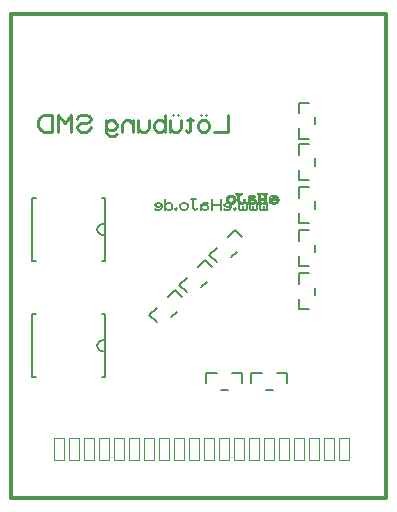
<source format=gbr>
G04 GENERATED BY PULSONIX 12.5 GERBER.DLL 9449*
G04 #@! TF.GenerationSoftware,Pulsonix,Pulsonix,12.5.9449*
G04 #@! TF.CreationDate,2024-02-09T14:36:55--1:00*
G04 #@! TF.Part,Single*
%FSLAX35Y35*%
%LPD*%
%MOMM*%
G04 #@! TF.FileFunction,Legend,Bot*
G04 #@! TF.FilePolarity,Positive*
G04 #@! TA.AperFunction,Profile*
%ADD96C,0.30000*%
G04 #@! TA.AperFunction,Material*
%ADD97C,0.05000*%
%ADD98C,0.20320*%
G04 #@! TD.AperFunction*
%ADD99C,0.00001*%
%ADD100C,0.25000*%
%ADD101C,0.20000*%
G04 #@! TD.AperFunction*
X0Y0D02*
D02*
D96*
X342500Y4596500D02*
X3517500D01*
Y496500D01*
X342500D01*
Y4596500D01*
D02*
D97*
X706625Y817375D02*
X792625D01*
Y1007375D01*
X706625D01*
Y817375D01*
X919625Y1007375D02*
X833625D01*
Y817375D01*
X919625D01*
Y1007375D01*
X960625Y817375D02*
X1046625D01*
Y1007375D01*
X960625D01*
Y817375D01*
X1173625Y1007375D02*
X1087625D01*
Y817375D01*
X1173625D01*
Y1007375D01*
X1214625Y817375D02*
X1300625D01*
Y1007375D01*
X1214625D01*
Y817375D01*
X1427625Y1007375D02*
X1341625D01*
Y817375D01*
X1427625D01*
Y1007375D01*
X1468625Y817375D02*
X1554625D01*
Y1007375D01*
X1468625D01*
Y817375D01*
X1681625Y1007375D02*
X1595625D01*
Y817375D01*
X1681625D01*
Y1007375D01*
X1722625Y817375D02*
X1808625D01*
Y1007375D01*
X1722625D01*
Y817375D01*
X1935625Y1007375D02*
X1849625D01*
Y817375D01*
X1935625D01*
Y1007375D01*
X1976625Y817375D02*
X2062625D01*
Y1007375D01*
X1976625D01*
Y817375D01*
X2189625Y1007375D02*
X2103625D01*
Y817375D01*
X2189625D01*
Y1007375D01*
X2230625Y817375D02*
X2316625D01*
Y1007375D01*
X2230625D01*
Y817375D01*
X2443625Y1007375D02*
X2357625D01*
Y817375D01*
X2443625D01*
Y1007375D01*
X2484625Y817375D02*
X2570625D01*
Y1007375D01*
X2484625D01*
Y817375D01*
X2697625Y1007375D02*
X2611625D01*
Y817375D01*
X2697625D01*
Y1007375D01*
X2738625Y817375D02*
X2824625D01*
Y1007375D01*
X2738625D01*
Y817375D01*
X2951625Y1007375D02*
X2865625D01*
Y817375D01*
X2951625D01*
Y1007375D01*
X2992625Y817375D02*
X3078625D01*
Y1007375D01*
X2992625D01*
Y817375D01*
X3205625Y1007375D02*
X3119625D01*
Y817375D01*
X3205625D01*
Y1007375D01*
D02*
D98*
X519000Y1520500D02*
X549600D01*
X519000Y2050500D02*
X549600D01*
X519000D02*
Y1520500D01*
Y2504750D02*
X549600D01*
X519000Y3034750D02*
X549600D01*
X519000D02*
Y2504750D01*
X1066800Y1785500D02*
G75*
G03*
X1133800Y1734700I58900J8100D01*
G01*
X1066800Y1785500D02*
G75*
G02*
X1133800Y1836300I58900J-8100D01*
G01*
X1066800Y2769750D02*
G75*
G03*
X1133800Y2718950I58900J8100D01*
G01*
X1066800Y2769750D02*
G75*
G02*
X1133800Y2820550I58900J-8100D01*
G01*
X1139000Y1520500D02*
X1108400D01*
X1139000Y2050500D02*
X1108400D01*
X1139000D02*
Y1520500D01*
Y2504750D02*
X1108400D01*
X1139000Y3034750D02*
X1108400D01*
X1139000D02*
Y2504750D01*
X1573891Y1983814D02*
X1513041Y2044664D01*
X1575795Y2107418D01*
X1741965Y2075593D02*
X1697782Y2031410D01*
X1789561Y2199484D02*
X1728711Y2260334D01*
X1665957Y2197580D01*
X1827891Y2237814D02*
X1767041Y2298664D01*
X1829795Y2361418D01*
X1994123Y1467822D02*
Y1553877D01*
X2082871D01*
X1995965Y2329593D02*
X1951782Y2285410D01*
X2043561Y2453484D02*
X1982711Y2514334D01*
X1919957Y2451580D01*
X2081891Y2491814D02*
X2021041Y2552664D01*
X2083795Y2615418D01*
X2177867Y1413873D02*
X2115383D01*
X2249965Y2583593D02*
X2205782Y2539410D01*
X2297561Y2707484D02*
X2236711Y2768334D01*
X2173957Y2705580D01*
X2299127Y1467822D02*
Y1553877D01*
X2210379D01*
X2375123Y1467822D02*
Y1553877D01*
X2463871D01*
X2558867Y1413873D02*
X2496383D01*
X2680127Y1467822D02*
Y1553877D01*
X2591379D01*
X2861178Y2093373D02*
X2775123D01*
Y2182121D01*
X2861178Y2398377D02*
X2775123D01*
Y2309629D01*
X2861178Y2458498D02*
X2775123D01*
Y2547246D01*
X2861178Y2763502D02*
X2775123D01*
Y2674754D01*
X2861178Y2823623D02*
X2775123D01*
Y2912371D01*
X2861178Y3128627D02*
X2775123D01*
Y3039879D01*
X2861178Y3188748D02*
X2775123D01*
Y3277496D01*
X2861178Y3493752D02*
X2775123D01*
Y3405004D01*
X2861178Y3537998D02*
X2775123D01*
Y3626746D01*
X2861178Y3843002D02*
X2775123D01*
Y3754254D01*
X2915127Y2277117D02*
Y2214633D01*
Y2642242D02*
Y2579758D01*
Y3007367D02*
Y2944883D01*
Y3372492D02*
Y3310008D01*
Y3721742D02*
Y3659258D01*
D02*
D99*
X2430633Y3065914D02*
Y3002828D01*
X2427703D01*
X2425164Y3002437D01*
X2423406Y3002047D01*
X2422234Y3001461D01*
X2421062Y3000289D01*
X2420281Y2998922D01*
X2419695Y2997359D01*
X2419500Y2995602D01*
X2419695Y2993648D01*
X2420086Y2991891D01*
X2421062Y2990523D01*
X2422039Y2989547D01*
X2422820Y2989156D01*
X2423602Y2988766D01*
X2424578Y2988375D01*
X2425750Y2988180D01*
X2427312Y2987984D01*
X2428875Y2987789D01*
X2430828D01*
X2432781D01*
X2448211D01*
X2451336D01*
X2453875Y2988180D01*
X2455828Y2988766D01*
X2457391Y2989547D01*
X2458367Y2990523D01*
X2459148Y2991891D01*
X2459734Y2993453D01*
Y2995406D01*
X2459539Y2997555D01*
X2458953Y2999117D01*
X2458172Y3000680D01*
X2456805Y3001852D01*
X2455242Y3002437D01*
X2453289Y3002828D01*
X2450945Y3003023D01*
X2448211Y3003219D01*
X2447039D01*
Y3023531D01*
X2482000D01*
Y3003219D01*
X2479266D01*
X2477117Y3003023D01*
X2475164Y3002828D01*
X2473406Y3002242D01*
X2472039Y3001461D01*
X2470672Y3000289D01*
X2469891Y2998922D01*
X2469305Y2997359D01*
X2469109Y2995602D01*
X2469305Y2993648D01*
X2469695Y2991891D01*
X2470477Y2990523D01*
X2471453Y2989547D01*
X2472820Y2988766D01*
X2474773Y2988180D01*
X2477117Y2987789D01*
X2479852D01*
X2499578D01*
X2502117D01*
X2504461Y2988180D01*
X2506219Y2988961D01*
X2507391Y2989742D01*
X2508367Y2990914D01*
X2508953Y2992281D01*
X2509344Y2993844D01*
X2509539Y2995602D01*
X2509344Y2997555D01*
X2508758Y2999117D01*
X2507977Y3000484D01*
X2507000Y3001461D01*
X2505633Y3002047D01*
X2503875Y3002437D01*
X2501336Y3002828D01*
X2498406D01*
Y3065914D01*
X2501336Y3066109D01*
X2503875Y3066500D01*
X2505633Y3067086D01*
X2507000Y3067672D01*
X2507977Y3068648D01*
X2508758Y3070016D01*
X2509344Y3071773D01*
X2509539Y3073727D01*
X2509344Y3075484D01*
X2508953Y3077047D01*
X2508367Y3078219D01*
X2507391Y3079391D01*
X2506023Y3080367D01*
X2504266Y3080953D01*
X2501922Y3081344D01*
X2499187D01*
X2480633D01*
X2477508D01*
X2475164Y3080953D01*
X2473211Y3080562D01*
X2471844Y3079781D01*
X2470672Y3078805D01*
X2469695Y3077437D01*
X2469305Y3075680D01*
X2469109Y3073727D01*
X2469305Y3071773D01*
X2469891Y3070016D01*
X2470867Y3068648D01*
X2472234Y3067477D01*
X2473797Y3066891D01*
X2475750Y3066305D01*
X2478289Y3066109D01*
X2481023Y3065914D01*
X2482000D01*
Y3038375D01*
X2447039D01*
Y3065914D01*
X2449773D01*
X2452117Y3066109D01*
X2454070Y3066500D01*
X2455633Y3066891D01*
X2457000Y3067672D01*
X2458367Y3068844D01*
X2459148Y3070211D01*
X2459539Y3071773D01*
X2459734Y3073727D01*
X2459539Y3075680D01*
X2459148Y3077437D01*
X2458367Y3078805D01*
X2457000Y3079781D01*
X2455633Y3080562D01*
X2453680Y3080953D01*
X2450945Y3081344D01*
X2447430D01*
X2429656D01*
X2426922D01*
X2424773Y3080953D01*
X2423016Y3080367D01*
X2421648Y3079391D01*
X2420672Y3078219D01*
X2420086Y3077047D01*
X2419695Y3075484D01*
X2419500Y3073727D01*
X2419695Y3071773D01*
X2420086Y3070211D01*
X2421062Y3068844D01*
X2422039Y3067672D01*
X2423406Y3067086D01*
X2425164Y3066500D01*
X2427703Y3066109D01*
X2430633Y3065914D01*
G36*
X2430633Y3065914D02*
Y3002828D01*
X2427703D01*
X2425164Y3002437D01*
X2423406Y3002047D01*
X2422234Y3001461D01*
X2421062Y3000289D01*
X2420281Y2998922D01*
X2419695Y2997359D01*
X2419500Y2995602D01*
X2419695Y2993648D01*
X2420086Y2991891D01*
X2421062Y2990523D01*
X2422039Y2989547D01*
X2422820Y2989156D01*
X2423602Y2988766D01*
X2424578Y2988375D01*
X2425750Y2988180D01*
X2427312Y2987984D01*
X2428875Y2987789D01*
X2430828D01*
X2432781D01*
X2448211D01*
X2451336D01*
X2453875Y2988180D01*
X2455828Y2988766D01*
X2457391Y2989547D01*
X2458367Y2990523D01*
X2459148Y2991891D01*
X2459734Y2993453D01*
Y2995406D01*
X2459539Y2997555D01*
X2458953Y2999117D01*
X2458172Y3000680D01*
X2456805Y3001852D01*
X2455242Y3002437D01*
X2453289Y3002828D01*
X2450945Y3003023D01*
X2448211Y3003219D01*
X2447039D01*
Y3023531D01*
X2482000D01*
Y3003219D01*
X2479266D01*
X2477117Y3003023D01*
X2475164Y3002828D01*
X2473406Y3002242D01*
X2472039Y3001461D01*
X2470672Y3000289D01*
X2469891Y2998922D01*
X2469305Y2997359D01*
X2469109Y2995602D01*
X2469305Y2993648D01*
X2469695Y2991891D01*
X2470477Y2990523D01*
X2471453Y2989547D01*
X2472820Y2988766D01*
X2474773Y2988180D01*
X2477117Y2987789D01*
X2479852D01*
X2499578D01*
X2502117D01*
X2504461Y2988180D01*
X2506219Y2988961D01*
X2507391Y2989742D01*
X2508367Y2990914D01*
X2508953Y2992281D01*
X2509344Y2993844D01*
X2509539Y2995602D01*
X2509344Y2997555D01*
X2508758Y2999117D01*
X2507977Y3000484D01*
X2507000Y3001461D01*
X2505633Y3002047D01*
X2503875Y3002437D01*
X2501336Y3002828D01*
X2498406D01*
Y3065914D01*
X2501336Y3066109D01*
X2503875Y3066500D01*
X2505633Y3067086D01*
X2507000Y3067672D01*
X2507977Y3068648D01*
X2508758Y3070016D01*
X2509344Y3071773D01*
X2509539Y3073727D01*
X2509344Y3075484D01*
X2508953Y3077047D01*
X2508367Y3078219D01*
X2507391Y3079391D01*
X2506023Y3080367D01*
X2504266Y3080953D01*
X2501922Y3081344D01*
X2499187D01*
X2480633D01*
X2477508D01*
X2475164Y3080953D01*
X2473211Y3080562D01*
X2471844Y3079781D01*
X2470672Y3078805D01*
X2469695Y3077437D01*
X2469305Y3075680D01*
X2469109Y3073727D01*
X2469305Y3071773D01*
X2469891Y3070016D01*
X2470867Y3068648D01*
X2472234Y3067477D01*
X2473797Y3066891D01*
X2475750Y3066305D01*
X2478289Y3066109D01*
X2481023Y3065914D01*
X2482000D01*
Y3038375D01*
X2447039D01*
Y3065914D01*
X2449773D01*
X2452117Y3066109D01*
X2454070Y3066500D01*
X2455633Y3066891D01*
X2457000Y3067672D01*
X2458367Y3068844D01*
X2459148Y3070211D01*
X2459539Y3071773D01*
X2459734Y3073727D01*
X2459539Y3075680D01*
X2459148Y3077437D01*
X2458367Y3078805D01*
X2457000Y3079781D01*
X2455633Y3080562D01*
X2453680Y3080953D01*
X2450945Y3081344D01*
X2447430D01*
X2429656D01*
X2426922D01*
X2424773Y3080953D01*
X2423016Y3080367D01*
X2421648Y3079391D01*
X2420672Y3078219D01*
X2420086Y3077047D01*
X2419695Y3075484D01*
X2419500Y3073727D01*
X2419695Y3071773D01*
X2420086Y3070211D01*
X2421062Y3068844D01*
X2422039Y3067672D01*
X2423406Y3067086D01*
X2425164Y3066500D01*
X2427703Y3066109D01*
X2430633Y3065914D01*
G37*
X2331609Y2996578D02*
X2331805Y2994820D01*
X2332195Y2993258D01*
X2332977Y2992086D01*
X2333953Y2990914D01*
X2335320Y2989937D01*
X2336687Y2989352D01*
X2338250Y2988961D01*
X2340203D01*
X2351727D01*
X2353094D01*
X2354461Y2989352D01*
X2355633Y2989937D01*
X2356805Y2990523D01*
X2358367Y2992867D01*
X2359344Y2995992D01*
X2361687Y2994234D01*
X2364422Y2992672D01*
X2366961Y2991305D01*
X2369891Y2990133D01*
X2373602Y2988766D01*
X2377312Y2987789D01*
X2381219Y2987203D01*
X2385320Y2987008D01*
X2388250Y2987203D01*
X2390984Y2987398D01*
X2393523Y2987984D01*
X2396062Y2988766D01*
X2398406Y2989742D01*
X2400750Y2990914D01*
X2402703Y2992281D01*
X2404656Y2993844D01*
X2406414Y2995602D01*
X2407977Y2997555D01*
X2409344Y2999508D01*
X2410320Y3001656D01*
X2411102Y3004000D01*
X2411687Y3006344D01*
X2412078Y3008883D01*
X2412273Y3011422D01*
X2412078Y3014547D01*
X2411687Y3017672D01*
X2410906Y3020406D01*
X2409734Y3022945D01*
X2408367Y3025484D01*
X2406609Y3027633D01*
X2404461Y3029781D01*
X2402117Y3031539D01*
X2399578Y3033102D01*
X2396844Y3034664D01*
X2393914Y3035836D01*
X2390789Y3036812D01*
X2387469Y3037398D01*
X2383758Y3037984D01*
X2379852Y3038375D01*
X2375750D01*
X2371258D01*
X2366766Y3037984D01*
X2360516Y3037008D01*
X2360906Y3039547D01*
X2361687Y3041695D01*
X2362664Y3043648D01*
X2364031Y3045211D01*
X2365789Y3046578D01*
X2368328Y3047750D01*
X2371258Y3048336D01*
X2374773Y3048531D01*
X2377312Y3048336D01*
X2380242Y3047750D01*
X2383367Y3046969D01*
X2386687Y3045602D01*
X2390203Y3044234D01*
X2392937Y3043258D01*
X2395281Y3042672D01*
X2397039Y3042477D01*
X2398602Y3042672D01*
X2399969Y3043062D01*
X2401336Y3043844D01*
X2402312Y3044820D01*
X2403289Y3046187D01*
X2403875Y3047555D01*
X2404266Y3049312D01*
X2404461Y3051070D01*
X2404266Y3052437D01*
X2403875Y3054000D01*
X2403094Y3055172D01*
X2401922Y3056539D01*
X2400555Y3057711D01*
X2398797Y3058687D01*
X2396844Y3059664D01*
X2394500Y3060641D01*
X2390008Y3062008D01*
X2384734Y3062984D01*
X2379070Y3063570D01*
X2372625Y3063766D01*
X2369305Y3063570D01*
X2366180Y3063180D01*
X2363250Y3062789D01*
X2360516Y3061812D01*
X2357977Y3060836D01*
X2355633Y3059664D01*
X2353484Y3058102D01*
X2351531Y3056539D01*
X2349773Y3054586D01*
X2348211Y3052437D01*
X2347039Y3050094D01*
X2346062Y3047555D01*
X2345086Y3044820D01*
X2344695Y3041891D01*
X2344305Y3038766D01*
X2344109Y3035250D01*
Y3004195D01*
X2342937D01*
X2340203Y3004000D01*
X2337859Y3003805D01*
X2336102Y3003414D01*
X2334539Y3002828D01*
X2333367Y3001656D01*
X2332391Y3000289D01*
X2331805Y2998727D01*
X2331609Y2996578D01*
X2366375Y3023531D02*
X2369891Y3023922D01*
X2373602Y3024117D01*
X2378680Y3023727D01*
X2382977Y3023141D01*
X2386883Y3022164D01*
X2390203Y3020602D01*
X2392547Y3018844D01*
X2394109Y3016891D01*
X2395281Y3014742D01*
X2395477Y3012398D01*
X2395281Y3010445D01*
X2394695Y3008883D01*
X2393719Y3007516D01*
X2392352Y3006148D01*
X2390594Y3004781D01*
X2388445Y3004000D01*
X2386102Y3003414D01*
X2383562Y3003219D01*
X2379266Y3003414D01*
X2375164Y3004391D01*
X2371062Y3005758D01*
X2367352Y3007906D01*
X2365789Y3008883D01*
X2364422Y3009859D01*
X2363250Y3011031D01*
X2362273Y3012008D01*
X2361492Y3012984D01*
X2360906Y3013961D01*
X2360711Y3014937D01*
X2360516Y3015914D01*
Y3022359D01*
X2366375Y3023531D01*
X2344109Y3035250D02*
G36*
X2344109Y3035250D02*
Y3013668D01*
X2361082D01*
X2360906Y3013961D01*
X2360711Y3014937D01*
X2360516Y3015914D01*
Y3022359D01*
X2366375Y3023531D01*
X2369891Y3023922D01*
X2373602Y3024117D01*
X2378680Y3023727D01*
X2382977Y3023141D01*
X2386883Y3022164D01*
X2390203Y3020602D01*
X2392547Y3018844D01*
X2394109Y3016891D01*
X2395281Y3014742D01*
X2395371Y3013668D01*
X2412133D01*
X2412078Y3014547D01*
X2411687Y3017672D01*
X2410906Y3020406D01*
X2409734Y3022945D01*
X2408367Y3025484D01*
X2406609Y3027633D01*
X2404461Y3029781D01*
X2402117Y3031539D01*
X2399578Y3033102D01*
X2396844Y3034664D01*
X2393914Y3035836D01*
X2390789Y3036812D01*
X2387469Y3037398D01*
X2383758Y3037984D01*
X2379852Y3038375D01*
X2375750D01*
X2371258D01*
X2366766Y3037984D01*
X2360516Y3037008D01*
X2360906Y3039547D01*
X2361687Y3041695D01*
X2362664Y3043648D01*
X2364031Y3045211D01*
X2365789Y3046578D01*
X2368328Y3047750D01*
X2371258Y3048336D01*
X2374773Y3048531D01*
X2377312Y3048336D01*
X2380242Y3047750D01*
X2383367Y3046969D01*
X2386687Y3045602D01*
X2390203Y3044234D01*
X2392937Y3043258D01*
X2395281Y3042672D01*
X2397039Y3042477D01*
X2398602Y3042672D01*
X2399969Y3043062D01*
X2401336Y3043844D01*
X2402312Y3044820D01*
X2403289Y3046187D01*
X2403875Y3047555D01*
X2404266Y3049312D01*
X2404461Y3051070D01*
X2404266Y3052437D01*
X2403875Y3054000D01*
X2403094Y3055172D01*
X2401922Y3056539D01*
X2400555Y3057711D01*
X2398797Y3058687D01*
X2396844Y3059664D01*
X2394500Y3060641D01*
X2390008Y3062008D01*
X2384734Y3062984D01*
X2379070Y3063570D01*
X2372625Y3063766D01*
X2369305Y3063570D01*
X2366180Y3063180D01*
X2363250Y3062789D01*
X2360516Y3061812D01*
X2357977Y3060836D01*
X2355633Y3059664D01*
X2353484Y3058102D01*
X2351531Y3056539D01*
X2349773Y3054586D01*
X2348211Y3052437D01*
X2347039Y3050094D01*
X2346062Y3047555D01*
X2345086Y3044820D01*
X2344695Y3041891D01*
X2344305Y3038766D01*
X2344109Y3035250D01*
G37*
X2331609Y2996578D02*
G36*
X2331609Y2996578D02*
X2331805Y2994820D01*
X2332195Y2993258D01*
X2332977Y2992086D01*
X2333953Y2990914D01*
X2335320Y2989937D01*
X2336687Y2989352D01*
X2338250Y2988961D01*
X2340203D01*
X2351727D01*
X2353094D01*
X2354461Y2989352D01*
X2355633Y2989937D01*
X2356805Y2990523D01*
X2358367Y2992867D01*
X2359344Y2995992D01*
X2361687Y2994234D01*
X2364422Y2992672D01*
X2366961Y2991305D01*
X2369891Y2990133D01*
X2373602Y2988766D01*
X2377312Y2987789D01*
X2381219Y2987203D01*
X2385320Y2987008D01*
X2388250Y2987203D01*
X2390984Y2987398D01*
X2393523Y2987984D01*
X2396062Y2988766D01*
X2398406Y2989742D01*
X2400750Y2990914D01*
X2402703Y2992281D01*
X2404656Y2993844D01*
X2406414Y2995602D01*
X2407977Y2997555D01*
X2409344Y2999508D01*
X2410320Y3001656D01*
X2411102Y3004000D01*
X2411687Y3006344D01*
X2412078Y3008883D01*
X2412273Y3011422D01*
X2412133Y3013668D01*
X2395371D01*
X2395477Y3012398D01*
X2395281Y3010445D01*
X2394695Y3008883D01*
X2393719Y3007516D01*
X2392352Y3006148D01*
X2390594Y3004781D01*
X2388445Y3004000D01*
X2386102Y3003414D01*
X2383562Y3003219D01*
X2379266Y3003414D01*
X2375164Y3004391D01*
X2371062Y3005758D01*
X2367352Y3007906D01*
X2365789Y3008883D01*
X2364422Y3009859D01*
X2363250Y3011031D01*
X2362273Y3012008D01*
X2361492Y3012984D01*
X2361082Y3013668D01*
X2344109D01*
Y3004195D01*
X2342937D01*
X2340203Y3004000D01*
X2337859Y3003805D01*
X2336102Y3003414D01*
X2334539Y3002828D01*
X2333367Y3001656D01*
X2332391Y3000289D01*
X2331805Y2998727D01*
X2331609Y2996578D01*
G37*
X2238445Y3073727D02*
X2238641Y3071773D01*
X2239227Y3070016D01*
X2240008Y3068648D01*
X2241180Y3067477D01*
X2242547Y3066891D01*
X2244305Y3066305D01*
X2246648Y3066109D01*
X2249578Y3065914D01*
X2256609D01*
Y3020992D01*
X2256805Y3016695D01*
X2257195Y3012789D01*
X2257781Y3009078D01*
X2258562Y3005562D01*
X2259734Y3002437D01*
X2261102Y2999703D01*
X2262664Y2997164D01*
X2264422Y2995016D01*
X2266570Y2993062D01*
X2269109Y2991500D01*
X2271648Y2989937D01*
X2274773Y2988766D01*
X2277898Y2987984D01*
X2281609Y2987203D01*
X2285320Y2986812D01*
X2289422D01*
X2293133D01*
X2296648Y2987203D01*
X2299969Y2987594D01*
X2303289Y2988375D01*
X2306414Y2989156D01*
X2309734Y2990523D01*
X2313055Y2991891D01*
X2316375Y2993648D01*
X2317937Y2994430D01*
X2319109Y2995406D01*
X2320086Y2996187D01*
X2320672Y2997164D01*
X2321062Y2998336D01*
X2321453Y2999703D01*
X2321648Y3001461D01*
Y3003414D01*
Y3020797D01*
Y3023727D01*
X2321258Y3025875D01*
X2320867Y3027633D01*
X2320086Y3028805D01*
X2319109Y3029781D01*
X2317742Y3030562D01*
X2316375Y3030953D01*
X2314812Y3031148D01*
X2312273Y3030758D01*
X2310320Y3029977D01*
X2308562Y3028609D01*
X2307586Y3026656D01*
X2307195Y3025680D01*
X2306805Y3024508D01*
Y3023727D01*
X2306609Y3022750D01*
Y3021773D01*
Y3020406D01*
Y3019625D01*
X2306414Y3015523D01*
X2305828Y3011812D01*
X2305047Y3009469D01*
X2303680Y3007320D01*
X2302312Y3005562D01*
X2300555Y3003805D01*
X2298211Y3002633D01*
X2295867Y3001656D01*
X2293133Y3001266D01*
X2290203Y3001070D01*
X2285906Y3001266D01*
X2282391Y3002242D01*
X2279461Y3003805D01*
X2277117Y3005953D01*
X2276336Y3007320D01*
X2275359Y3008687D01*
X2274773Y3010641D01*
X2274187Y3012594D01*
X2273797Y3014937D01*
X2273406Y3017281D01*
X2273211Y3020016D01*
Y3022945D01*
Y3065914D01*
X2283953D01*
X2287078Y3066109D01*
X2289422Y3066305D01*
X2291180Y3066891D01*
X2292547Y3067477D01*
X2293719Y3068648D01*
X2294695Y3070016D01*
X2295086Y3071773D01*
X2295281Y3073727D01*
Y3075484D01*
X2294891Y3077047D01*
X2294109Y3078219D01*
X2293328Y3079391D01*
X2292156Y3080367D01*
X2290789Y3080953D01*
X2289227Y3081344D01*
X2287469D01*
X2246062D01*
X2244305D01*
X2242742Y3080953D01*
X2241570Y3080172D01*
X2240398Y3079195D01*
X2239617Y3078023D01*
X2239031Y3076852D01*
X2238641Y3075289D01*
X2238445Y3073727D01*
G36*
X2238445Y3073727D02*
X2238641Y3071773D01*
X2239227Y3070016D01*
X2240008Y3068648D01*
X2241180Y3067477D01*
X2242547Y3066891D01*
X2244305Y3066305D01*
X2246648Y3066109D01*
X2249578Y3065914D01*
X2256609D01*
Y3020992D01*
X2256805Y3016695D01*
X2257195Y3012789D01*
X2257781Y3009078D01*
X2258562Y3005562D01*
X2259734Y3002437D01*
X2261102Y2999703D01*
X2262664Y2997164D01*
X2264422Y2995016D01*
X2266570Y2993062D01*
X2269109Y2991500D01*
X2271648Y2989937D01*
X2274773Y2988766D01*
X2277898Y2987984D01*
X2281609Y2987203D01*
X2285320Y2986812D01*
X2289422D01*
X2293133D01*
X2296648Y2987203D01*
X2299969Y2987594D01*
X2303289Y2988375D01*
X2306414Y2989156D01*
X2309734Y2990523D01*
X2313055Y2991891D01*
X2316375Y2993648D01*
X2317937Y2994430D01*
X2319109Y2995406D01*
X2320086Y2996187D01*
X2320672Y2997164D01*
X2321062Y2998336D01*
X2321453Y2999703D01*
X2321648Y3001461D01*
Y3003414D01*
Y3020797D01*
Y3023727D01*
X2321258Y3025875D01*
X2320867Y3027633D01*
X2320086Y3028805D01*
X2319109Y3029781D01*
X2317742Y3030562D01*
X2316375Y3030953D01*
X2314812Y3031148D01*
X2312273Y3030758D01*
X2310320Y3029977D01*
X2308562Y3028609D01*
X2307586Y3026656D01*
X2307195Y3025680D01*
X2306805Y3024508D01*
Y3023727D01*
X2306609Y3022750D01*
Y3021773D01*
Y3020406D01*
Y3019625D01*
X2306414Y3015523D01*
X2305828Y3011812D01*
X2305047Y3009469D01*
X2303680Y3007320D01*
X2302312Y3005562D01*
X2300555Y3003805D01*
X2298211Y3002633D01*
X2295867Y3001656D01*
X2293133Y3001266D01*
X2290203Y3001070D01*
X2285906Y3001266D01*
X2282391Y3002242D01*
X2279461Y3003805D01*
X2277117Y3005953D01*
X2276336Y3007320D01*
X2275359Y3008687D01*
X2274773Y3010641D01*
X2274187Y3012594D01*
X2273797Y3014937D01*
X2273406Y3017281D01*
X2273211Y3020016D01*
Y3022945D01*
Y3065914D01*
X2283953D01*
X2287078Y3066109D01*
X2289422Y3066305D01*
X2291180Y3066891D01*
X2292547Y3067477D01*
X2293719Y3068648D01*
X2294695Y3070016D01*
X2295086Y3071773D01*
X2295281Y3073727D01*
Y3075484D01*
X2294891Y3077047D01*
X2294109Y3078219D01*
X2293328Y3079391D01*
X2292156Y3080367D01*
X2290789Y3080953D01*
X2289227Y3081344D01*
X2287469D01*
X2246062D01*
X2244305D01*
X2242742Y3080953D01*
X2241570Y3080172D01*
X2240398Y3079195D01*
X2239617Y3078023D01*
X2239031Y3076852D01*
X2238641Y3075289D01*
X2238445Y3073727D01*
G37*
X2159344Y3025484D02*
X2159539Y3021383D01*
X2159930Y3017477D01*
X2160906Y3013570D01*
X2162078Y3010055D01*
X2163836Y3006734D01*
X2165789Y3003609D01*
X2168133Y3000484D01*
X2170867Y2997750D01*
X2173797Y2995211D01*
X2176922Y2993062D01*
X2180437Y2991305D01*
X2183953Y2989742D01*
X2187859Y2988570D01*
X2191766Y2987789D01*
X2196062Y2987203D01*
X2200555Y2987008D01*
X2205047Y2987203D01*
X2209148Y2987789D01*
X2213250Y2988570D01*
X2216961Y2989742D01*
X2220477Y2991305D01*
X2223992Y2993062D01*
X2227117Y2995211D01*
X2230047Y2997750D01*
X2232781Y3000484D01*
X2235125Y3003609D01*
X2237078Y3006734D01*
X2238836Y3010055D01*
X2240008Y3013570D01*
X2240984Y3017281D01*
X2241375Y3021187D01*
X2241570Y3025289D01*
X2241375Y3029391D01*
X2240984Y3033492D01*
X2240008Y3037203D01*
X2238836Y3040719D01*
X2237078Y3044039D01*
X2235125Y3047164D01*
X2232781Y3050289D01*
X2230047Y3053023D01*
X2227117Y3055562D01*
X2223992Y3057711D01*
X2220477Y3059469D01*
X2216961Y3061031D01*
X2213250Y3062203D01*
X2209148Y3062984D01*
X2204852Y3063570D01*
X2200555Y3063766D01*
X2196062Y3063570D01*
X2191766Y3062984D01*
X2187859Y3062203D01*
X2183953Y3061031D01*
X2180437Y3059469D01*
X2176922Y3057711D01*
X2173797Y3055562D01*
X2170867Y3053023D01*
X2168133Y3050289D01*
X2165789Y3047164D01*
X2163836Y3044039D01*
X2162078Y3040719D01*
X2160906Y3037203D01*
X2159930Y3033492D01*
X2159539Y3029586D01*
X2159344Y3025484D01*
X2223797D02*
X2223602Y3022945D01*
X2223406Y3020602D01*
X2222820Y3018258D01*
X2222234Y3016109D01*
X2221258Y3014156D01*
X2220086Y3012203D01*
X2218719Y3010445D01*
X2217352Y3008687D01*
X2215594Y3007125D01*
X2213836Y3005758D01*
X2211883Y3004781D01*
X2209930Y3003805D01*
X2207586Y3003023D01*
X2205437Y3002633D01*
X2202898Y3002242D01*
X2200359D01*
X2198016D01*
X2195477Y3002633D01*
X2193133Y3003023D01*
X2190984Y3003805D01*
X2189031Y3004781D01*
X2187078Y3005758D01*
X2185320Y3007125D01*
X2183562Y3008687D01*
X2182000Y3010445D01*
X2180633Y3012203D01*
X2179461Y3014156D01*
X2178680Y3016109D01*
X2177898Y3018258D01*
X2177312Y3020406D01*
X2177117Y3022945D01*
X2176922Y3025289D01*
X2177117Y3027828D01*
X2177312Y3030172D01*
X2177898Y3032516D01*
X2178680Y3034664D01*
X2179461Y3036617D01*
X2180633Y3038570D01*
X2182000Y3040523D01*
X2183562Y3042086D01*
X2185320Y3043648D01*
X2187078Y3045016D01*
X2189031Y3046187D01*
X2190984Y3047164D01*
X2193133Y3047750D01*
X2195477Y3048336D01*
X2198016Y3048531D01*
X2200359Y3048727D01*
X2202898Y3048531D01*
X2205437Y3048336D01*
X2207586Y3047750D01*
X2209930Y3047164D01*
X2211883Y3046187D01*
X2213836Y3045016D01*
X2215594Y3043648D01*
X2217352Y3042086D01*
X2218719Y3040523D01*
X2220086Y3038570D01*
X2221258Y3036812D01*
X2222234Y3034664D01*
X2222820Y3032516D01*
X2223406Y3030367D01*
X2223602Y3028023D01*
X2223797Y3025484D01*
X2159344D02*
G36*
X2159344Y3025484D02*
X2176937D01*
X2177117Y3027828D01*
X2177312Y3030172D01*
X2177898Y3032516D01*
X2178680Y3034664D01*
X2179461Y3036617D01*
X2180633Y3038570D01*
X2182000Y3040523D01*
X2183562Y3042086D01*
X2185320Y3043648D01*
X2187078Y3045016D01*
X2189031Y3046187D01*
X2190984Y3047164D01*
X2193133Y3047750D01*
X2195477Y3048336D01*
X2198016Y3048531D01*
X2200359Y3048727D01*
X2202898Y3048531D01*
X2205437Y3048336D01*
X2207586Y3047750D01*
X2209930Y3047164D01*
X2211883Y3046187D01*
X2213836Y3045016D01*
X2215594Y3043648D01*
X2217352Y3042086D01*
X2218719Y3040523D01*
X2220086Y3038570D01*
X2221258Y3036812D01*
X2222234Y3034664D01*
X2222820Y3032516D01*
X2223406Y3030367D01*
X2223602Y3028023D01*
X2223797Y3025484D01*
X2241561D01*
X2241375Y3029391D01*
X2240984Y3033492D01*
X2240008Y3037203D01*
X2238836Y3040719D01*
X2237078Y3044039D01*
X2235125Y3047164D01*
X2232781Y3050289D01*
X2230047Y3053023D01*
X2227117Y3055562D01*
X2223992Y3057711D01*
X2220477Y3059469D01*
X2216961Y3061031D01*
X2213250Y3062203D01*
X2209148Y3062984D01*
X2204852Y3063570D01*
X2200555Y3063766D01*
X2196062Y3063570D01*
X2191766Y3062984D01*
X2187859Y3062203D01*
X2183953Y3061031D01*
X2180437Y3059469D01*
X2176922Y3057711D01*
X2173797Y3055562D01*
X2170867Y3053023D01*
X2168133Y3050289D01*
X2165789Y3047164D01*
X2163836Y3044039D01*
X2162078Y3040719D01*
X2160906Y3037203D01*
X2159930Y3033492D01*
X2159539Y3029586D01*
X2159344Y3025484D01*
G37*
G36*
X2159344Y3025484D02*
X2159539Y3021383D01*
X2159930Y3017477D01*
X2160906Y3013570D01*
X2162078Y3010055D01*
X2163836Y3006734D01*
X2165789Y3003609D01*
X2168133Y3000484D01*
X2170867Y2997750D01*
X2173797Y2995211D01*
X2176922Y2993062D01*
X2180437Y2991305D01*
X2183953Y2989742D01*
X2187859Y2988570D01*
X2191766Y2987789D01*
X2196062Y2987203D01*
X2200555Y2987008D01*
X2205047Y2987203D01*
X2209148Y2987789D01*
X2213250Y2988570D01*
X2216961Y2989742D01*
X2220477Y2991305D01*
X2223992Y2993062D01*
X2227117Y2995211D01*
X2230047Y2997750D01*
X2232781Y3000484D01*
X2235125Y3003609D01*
X2237078Y3006734D01*
X2238836Y3010055D01*
X2240008Y3013570D01*
X2240984Y3017281D01*
X2241375Y3021187D01*
X2241570Y3025289D01*
X2241561Y3025484D01*
X2223797D01*
X2223602Y3022945D01*
X2223406Y3020602D01*
X2222820Y3018258D01*
X2222234Y3016109D01*
X2221258Y3014156D01*
X2220086Y3012203D01*
X2218719Y3010445D01*
X2217352Y3008687D01*
X2215594Y3007125D01*
X2213836Y3005758D01*
X2211883Y3004781D01*
X2209930Y3003805D01*
X2207586Y3003023D01*
X2205437Y3002633D01*
X2202898Y3002242D01*
X2200359D01*
X2198016D01*
X2195477Y3002633D01*
X2193133Y3003023D01*
X2190984Y3003805D01*
X2189031Y3004781D01*
X2187078Y3005758D01*
X2185320Y3007125D01*
X2183562Y3008687D01*
X2182000Y3010445D01*
X2180633Y3012203D01*
X2179461Y3014156D01*
X2178680Y3016109D01*
X2177898Y3018258D01*
X2177312Y3020406D01*
X2177117Y3022945D01*
X2176922Y3025289D01*
X2176937Y3025484D01*
X2159344D01*
G37*
X2541375Y3013375D02*
X2539227Y3014547D01*
X2537078Y3015133D01*
X2534539Y3015328D01*
X2532195Y3015133D01*
X2529852Y3014547D01*
X2527703Y3013375D01*
X2525945Y3011812D01*
X2524383Y3009859D01*
X2523211Y3007711D01*
X2522625Y3005367D01*
X2522234Y3003023D01*
X2522625Y3000680D01*
X2523211Y2998141D01*
X2524383Y2996187D01*
X2525750Y2994234D01*
X2527703Y2992672D01*
X2529852Y2991500D01*
X2532195Y2990914D01*
X2534539Y2990719D01*
X2537078Y2990914D01*
X2540398Y2992281D01*
X2544695Y2990719D01*
X2548797Y2989547D01*
X2552703Y2988570D01*
X2556805Y2987984D01*
X2560906Y2987789D01*
X2564812D01*
X2569109Y2987984D01*
X2573211Y2988375D01*
X2576922Y2989156D01*
X2580633Y2990328D01*
X2583953Y2991695D01*
X2587078Y2993453D01*
X2590203Y2995406D01*
X2592937Y2997750D01*
X2596453Y3001852D01*
X2599383Y3006539D01*
X2601531Y3011812D01*
X2603094Y3017672D01*
X2605047Y3020016D01*
X2606414Y3022750D01*
X2606805Y3025875D01*
X2606609Y3029195D01*
X2605828Y3031344D01*
X2604852Y3033492D01*
X2603484Y3035250D01*
X2601727Y3036812D01*
X2600164Y3041109D01*
X2598016Y3045211D01*
X2595281Y3048922D01*
X2592156Y3052437D01*
X2589227Y3054781D01*
X2586102Y3056930D01*
X2582781Y3058687D01*
X2579266Y3060055D01*
X2575555Y3061227D01*
X2571453Y3062008D01*
X2567352Y3062594D01*
X2563055Y3062789D01*
X2558953Y3062594D01*
X2555242Y3062203D01*
X2551727Y3061422D01*
X2548211Y3060250D01*
X2544891Y3058883D01*
X2541961Y3057320D01*
X2539031Y3055367D01*
X2536297Y3053023D01*
X2533758Y3050484D01*
X2531609Y3047750D01*
X2529656Y3044820D01*
X2528094Y3041891D01*
X2526922Y3038766D01*
X2526141Y3035641D01*
X2525555Y3032125D01*
Y3028805D01*
Y3026461D01*
X2525945Y3024508D01*
X2526727Y3023141D01*
X2527703Y3021969D01*
X2529070Y3021187D01*
X2531414Y3020797D01*
X2534344Y3020406D01*
X2538250D01*
X2583953D01*
X2585125Y3018648D01*
X2586687Y3017086D01*
X2585906Y3013961D01*
X2584539Y3011227D01*
X2582977Y3008687D01*
X2580828Y3006539D01*
X2577508Y3004195D01*
X2573602Y3002437D01*
X2568914Y3001461D01*
X2563641Y3001266D01*
X2559930Y3001461D01*
X2555633Y3002242D01*
X2551336Y3003414D01*
X2546844Y3005172D01*
Y3005367D01*
X2546062Y3007711D01*
X2544891Y3010055D01*
X2543328Y3011812D01*
X2541375Y3013375D01*
X2578680Y3044820D02*
X2580828Y3042867D01*
X2582781Y3040523D01*
X2584344Y3038180D01*
X2585711Y3035250D01*
X2583953Y3033297D01*
X2542352Y3033102D01*
X2543133Y3036422D01*
X2544500Y3039547D01*
X2546453Y3042281D01*
X2548797Y3044625D01*
X2551922Y3046773D01*
X2555242Y3048141D01*
X2558953Y3049117D01*
X2563055Y3049508D01*
X2567547Y3049117D01*
X2571648Y3048336D01*
X2575359Y3046773D01*
X2578680Y3044820D01*
X2591180Y3021578D02*
X2590203Y3022359D01*
X2589422Y3023336D01*
X2588836Y3024312D01*
X2588445Y3025484D01*
Y3026656D01*
Y3027828D01*
X2588836Y3029000D01*
X2589422Y3029977D01*
X2590203Y3030953D01*
X2591180Y3031734D01*
X2592156Y3032320D01*
X2593328Y3032516D01*
X2594500Y3032711D01*
X2595672Y3032516D01*
X2596844Y3032320D01*
X2598016Y3031734D01*
X2598797Y3030953D01*
X2599578Y3030172D01*
X2600555Y3028023D01*
Y3026656D01*
Y3025484D01*
X2600164Y3024508D01*
X2599578Y3023336D01*
X2598992Y3022359D01*
X2598016Y3021773D01*
X2597039Y3021187D01*
X2595867Y3020797D01*
X2594695Y3020602D01*
X2593523Y3020797D01*
X2592352Y3021187D01*
X2591180Y3021578D01*
X2531219Y2997945D02*
X2530242Y2998727D01*
X2529656Y2999703D01*
X2529070Y3000680D01*
X2528680Y3002047D01*
X2528484Y3003219D01*
X2528680Y3004391D01*
X2529070Y3005367D01*
X2529461Y3006539D01*
X2531219Y3008102D01*
X2533367Y3009078D01*
X2534734Y3009273D01*
X2535906Y3009078D01*
X2537078Y3008687D01*
X2538055Y3008102D01*
X2539031Y3007320D01*
X2539812Y3006344D01*
X2540594Y3004195D01*
X2540789Y3003023D01*
X2540594Y3001852D01*
X2540398Y3000680D01*
X2539617Y2999703D01*
X2538836Y2998727D01*
X2537859Y2997945D01*
X2536883Y2997359D01*
X2535711Y2997164D01*
X2534539Y2996969D01*
X2533367Y2997164D01*
X2532391Y2997359D01*
X2531219Y2997945D01*
X2522250Y3003121D02*
G36*
X2522250Y3003121D02*
X2528500D01*
X2528484Y3003219D01*
X2528680Y3004391D01*
X2529070Y3005367D01*
X2529461Y3006539D01*
X2531219Y3008102D01*
X2533367Y3009078D01*
X2534734Y3009273D01*
X2535906Y3009078D01*
X2537078Y3008687D01*
X2538055Y3008102D01*
X2539031Y3007320D01*
X2539812Y3006344D01*
X2540594Y3004195D01*
X2540773Y3003121D01*
X2552410D01*
X2551336Y3003414D01*
X2546844Y3005172D01*
Y3005367D01*
X2546062Y3007711D01*
X2544891Y3010055D01*
X2543328Y3011812D01*
X2541375Y3013375D01*
X2539227Y3014547D01*
X2537078Y3015133D01*
X2534539Y3015328D01*
X2532195Y3015133D01*
X2529852Y3014547D01*
X2527703Y3013375D01*
X2525945Y3011812D01*
X2524383Y3009859D01*
X2523211Y3007711D01*
X2522625Y3005367D01*
X2522250Y3003121D01*
G37*
X2522234Y3003023D02*
G36*
X2522234Y3003023D02*
X2522625Y3000680D01*
X2523211Y2998141D01*
X2524383Y2996187D01*
X2525750Y2994234D01*
X2527703Y2992672D01*
X2529852Y2991500D01*
X2532195Y2990914D01*
X2534539Y2990719D01*
X2537078Y2990914D01*
X2540398Y2992281D01*
X2544695Y2990719D01*
X2548797Y2989547D01*
X2552703Y2988570D01*
X2556805Y2987984D01*
X2560906Y2987789D01*
X2564812D01*
X2569109Y2987984D01*
X2573211Y2988375D01*
X2576922Y2989156D01*
X2580633Y2990328D01*
X2583953Y2991695D01*
X2587078Y2993453D01*
X2590203Y2995406D01*
X2592937Y2997750D01*
X2596453Y3001852D01*
X2597246Y3003121D01*
X2575122D01*
X2573602Y3002437D01*
X2568914Y3001461D01*
X2563641Y3001266D01*
X2559930Y3001461D01*
X2555633Y3002242D01*
X2552410Y3003121D01*
X2540773D01*
X2540789Y3003023D01*
X2540594Y3001852D01*
X2540398Y3000680D01*
X2539617Y2999703D01*
X2538836Y2998727D01*
X2537859Y2997945D01*
X2536883Y2997359D01*
X2535711Y2997164D01*
X2534539Y2996969D01*
X2533367Y2997164D01*
X2532391Y2997359D01*
X2531219Y2997945D01*
X2530242Y2998727D01*
X2529656Y2999703D01*
X2529070Y3000680D01*
X2528680Y3002047D01*
X2528500Y3003121D01*
X2522250D01*
X2522234Y3003023D01*
G37*
X2527874Y3041305D02*
G36*
X2527874Y3041305D02*
X2545756D01*
X2546453Y3042281D01*
X2548797Y3044625D01*
X2551922Y3046773D01*
X2555242Y3048141D01*
X2558953Y3049117D01*
X2563055Y3049508D01*
X2567547Y3049117D01*
X2571648Y3048336D01*
X2575359Y3046773D01*
X2578680Y3044820D01*
X2580828Y3042867D01*
X2582129Y3041305D01*
X2600061D01*
X2598016Y3045211D01*
X2595281Y3048922D01*
X2592156Y3052437D01*
X2589227Y3054781D01*
X2586102Y3056930D01*
X2582781Y3058687D01*
X2579266Y3060055D01*
X2575555Y3061227D01*
X2571453Y3062008D01*
X2567352Y3062594D01*
X2563055Y3062789D01*
X2558953Y3062594D01*
X2555242Y3062203D01*
X2551727Y3061422D01*
X2548211Y3060250D01*
X2544891Y3058883D01*
X2541961Y3057320D01*
X2539031Y3055367D01*
X2536297Y3053023D01*
X2533758Y3050484D01*
X2531609Y3047750D01*
X2529656Y3044820D01*
X2528094Y3041891D01*
X2527874Y3041305D01*
G37*
X2525555Y3032125D02*
G36*
X2525555Y3032125D02*
Y3028805D01*
Y3026656D01*
X2588445D01*
Y3027828D01*
X2588836Y3029000D01*
X2589422Y3029977D01*
X2590203Y3030953D01*
X2591180Y3031734D01*
X2592156Y3032320D01*
X2593328Y3032516D01*
X2594500Y3032711D01*
X2595672Y3032516D01*
X2596844Y3032320D01*
X2598016Y3031734D01*
X2598797Y3030953D01*
X2599578Y3030172D01*
X2600555Y3028023D01*
Y3026656D01*
X2606759D01*
X2606609Y3029195D01*
X2605828Y3031344D01*
X2604852Y3033492D01*
X2603484Y3035250D01*
X2601727Y3036812D01*
X2600164Y3041109D01*
X2600061Y3041305D01*
X2582129D01*
X2582781Y3040523D01*
X2584344Y3038180D01*
X2585711Y3035250D01*
X2583953Y3033297D01*
X2542352Y3033102D01*
X2543133Y3036422D01*
X2544500Y3039547D01*
X2545756Y3041305D01*
X2527874D01*
X2526922Y3038766D01*
X2526141Y3035641D01*
X2525555Y3032125D01*
G37*
Y3026656D02*
G36*
X2525555Y3026656D02*
Y3026461D01*
X2525945Y3024508D01*
X2526727Y3023141D01*
X2527703Y3021969D01*
X2529070Y3021187D01*
X2531414Y3020797D01*
X2534344Y3020406D01*
X2538250D01*
X2583953D01*
X2585125Y3018648D01*
X2586687Y3017086D01*
X2585906Y3013961D01*
X2584539Y3011227D01*
X2582977Y3008687D01*
X2580828Y3006539D01*
X2577508Y3004195D01*
X2575122Y3003121D01*
X2597246D01*
X2599383Y3006539D01*
X2601531Y3011812D01*
X2603094Y3017672D01*
X2605047Y3020016D01*
X2606414Y3022750D01*
X2606805Y3025875D01*
X2606759Y3026656D01*
X2600555D01*
Y3025484D01*
X2600164Y3024508D01*
X2599578Y3023336D01*
X2598992Y3022359D01*
X2598016Y3021773D01*
X2597039Y3021187D01*
X2595867Y3020797D01*
X2594695Y3020602D01*
X2593523Y3020797D01*
X2592352Y3021187D01*
X2591180Y3021578D01*
X2590203Y3022359D01*
X2589422Y3023336D01*
X2588836Y3024312D01*
X2588445Y3025484D01*
Y3026656D01*
X2525555D01*
G37*
D02*
D100*
X2178375Y3739971D02*
X2178375Y3598794D01*
X2060728D01*
X2016375Y3634088D02*
X2004610Y3610559D01*
X1981081Y3598794D01*
X1957551D01*
X1934022Y3610559D01*
X1922257Y3634088D01*
Y3657618D01*
X1934022Y3681147D01*
X1957551Y3692912D01*
X1981081D01*
X2004610Y3681147D01*
X2016375Y3657618D01*
Y3634088D01*
X1992846Y3739971D02*
X1992847Y3739972D01*
X1945787Y3739971D02*
X1945788Y3739972D01*
X1880375Y3692912D02*
X1833316Y3692912D01*
X1856846Y3716441D02*
X1856846Y3610559D01*
X1845081Y3598794D01*
X1833316D01*
X1821551Y3610559D01*
X1780375Y3692912D02*
X1780375Y3634088D01*
X1768610Y3610559D01*
X1745081Y3598794D01*
X1721551D01*
X1698022Y3610559D01*
X1686257Y3634088D01*
Y3692912D02*
X1686257Y3598794D01*
X1756846Y3739971D02*
X1756847Y3739972D01*
X1709787Y3739971D02*
X1709788Y3739972D01*
X1644375Y3634088D02*
X1632610Y3610559D01*
X1609081Y3598794D01*
X1585551D01*
X1562022Y3610559D01*
X1550257Y3634088D01*
Y3657618D01*
X1562022Y3681147D01*
X1585551Y3692912D01*
X1609081D01*
X1632610Y3681147D01*
X1644375Y3657618D01*
Y3598794D02*
X1644375Y3739971D01*
X1508375Y3692912D02*
X1508375Y3634088D01*
X1496610Y3610559D01*
X1473081Y3598794D01*
X1449551D01*
X1426022Y3610559D01*
X1414257Y3634088D01*
Y3692912D02*
X1414257Y3598794D01*
X1372375D02*
X1372375Y3692912D01*
Y3657618D02*
X1360610Y3681147D01*
X1337081Y3692912D01*
X1313551D01*
X1290022Y3681147D01*
X1278257Y3657618D01*
Y3598794D01*
X1142257Y3657618D02*
X1154022Y3681147D01*
X1177551Y3692912D01*
X1201081D01*
X1224610Y3681147D01*
X1236375Y3657618D01*
Y3645853D01*
X1224610Y3622324D01*
X1201081Y3610559D01*
X1177551D01*
X1154022Y3622324D01*
X1142257Y3645853D01*
Y3692912D02*
X1142257Y3598794D01*
X1154022Y3575265D01*
X1177551Y3563500D01*
X1212846D01*
X1236375Y3575265D01*
X1014375Y3634088D02*
X1002610Y3610559D01*
X979081Y3598794D01*
X932022D01*
X908493Y3610559D01*
X896728Y3634088D01*
X908493Y3657618D01*
X932022Y3669382D01*
X979081D01*
X1002610Y3681147D01*
X1014375Y3704676D01*
X1002610Y3728206D01*
X979081Y3739971D01*
X932022D01*
X908493Y3728206D01*
X896728Y3704676D01*
X852375Y3598794D02*
X852375Y3739971D01*
X793551Y3669382D01*
X734728Y3739971D01*
Y3598794D01*
X690375D02*
X690375Y3739971D01*
X619787D01*
X596257Y3728206D01*
X584493Y3716441D01*
X572728Y3692912D01*
Y3645853D01*
X584493Y3622324D01*
X596257Y3610559D01*
X619787Y3598794D01*
X690375D01*
D02*
D101*
X2511750Y2996743D02*
X2511750Y2943213D01*
X2504103Y2935566D01*
X2488809D01*
X2481162Y2943213D01*
Y2966154D01*
Y2943213D02*
X2473515Y2935566D01*
X2458221D01*
X2450574Y2943213D01*
Y2996743D01*
X2423350D02*
X2423350Y2943213D01*
X2415703Y2935566D01*
X2400409D01*
X2392762Y2943213D01*
Y2966154D01*
Y2943213D02*
X2385115Y2935566D01*
X2369821D01*
X2362174Y2943213D01*
Y2996743D01*
X2334950D02*
X2334950Y2943213D01*
X2327303Y2935566D01*
X2312009D01*
X2304362Y2943213D01*
Y2966154D01*
Y2943213D02*
X2296715Y2935566D01*
X2281421D01*
X2273774Y2943213D01*
Y2996743D01*
X2238903Y2935566D02*
X2231256Y2943213D01*
X2238903Y2950860D01*
X2246550Y2943213D01*
X2238903Y2935566D01*
X2145074Y2943213D02*
X2152721Y2935566D01*
X2168015D01*
X2183309D01*
X2198603Y2943213D01*
X2206250Y2958507D01*
Y2981449D01*
X2198603Y2989096D01*
X2183309Y2996743D01*
X2168015D01*
X2152721Y2989096D01*
X2145074Y2981449D01*
Y2973801D01*
X2152721Y2966154D01*
X2168015Y2958507D01*
X2183309D01*
X2198603Y2966154D01*
X2206250Y2973801D01*
X2117850Y2935566D02*
X2117850Y3027331D01*
Y2981449D02*
X2041379Y2981449D01*
Y2935566D02*
X2041379Y3027331D01*
X2012550Y2989096D02*
X1997256Y2996743D01*
X1974315D01*
X1959021Y2989096D01*
X1951374Y2973801D01*
Y2950860D01*
X1959021Y2943213D01*
X1974315Y2935566D01*
X1989609D01*
X2004903Y2943213D01*
X2012550Y2950860D01*
Y2958507D01*
X2004903Y2966154D01*
X1989609Y2973801D01*
X1974315D01*
X1959021Y2966154D01*
X1951374Y2958507D01*
Y2950860D02*
X1951374Y2935566D01*
X1924150Y2950860D02*
X1916503Y2943213D01*
X1901209Y2935566D01*
X1885915Y2943213D01*
X1878268Y2950860D01*
Y3027331D01*
X1862974D01*
X1878268D02*
X1908856Y3027331D01*
X1835750Y2958507D02*
X1828103Y2943213D01*
X1812809Y2935566D01*
X1797515D01*
X1782221Y2943213D01*
X1774574Y2958507D01*
Y2973801D01*
X1782221Y2989096D01*
X1797515Y2996743D01*
X1812809D01*
X1828103Y2989096D01*
X1835750Y2973801D01*
Y2958507D01*
X1739703Y2935566D02*
X1732056Y2943213D01*
X1739703Y2950860D01*
X1747350Y2943213D01*
X1739703Y2935566D01*
X1645874Y2973801D02*
X1653521Y2989096D01*
X1668815Y2996743D01*
X1684109D01*
X1699403Y2989096D01*
X1707050Y2973801D01*
Y2958507D01*
X1699403Y2943213D01*
X1684109Y2935566D01*
X1668815D01*
X1653521Y2943213D01*
X1645874Y2958507D01*
Y2935566D02*
X1645874Y3027331D01*
X1557474Y2943213D02*
X1565121Y2935566D01*
X1580415D01*
X1595709D01*
X1611003Y2943213D01*
X1618650Y2958507D01*
Y2981449D01*
X1611003Y2989096D01*
X1595709Y2996743D01*
X1580415D01*
X1565121Y2989096D01*
X1557474Y2981449D01*
Y2973801D01*
X1565121Y2966154D01*
X1580415Y2958507D01*
X1595709D01*
X1611003Y2966154D01*
X1618650Y2973801D01*
X0Y0D02*
M02*

</source>
